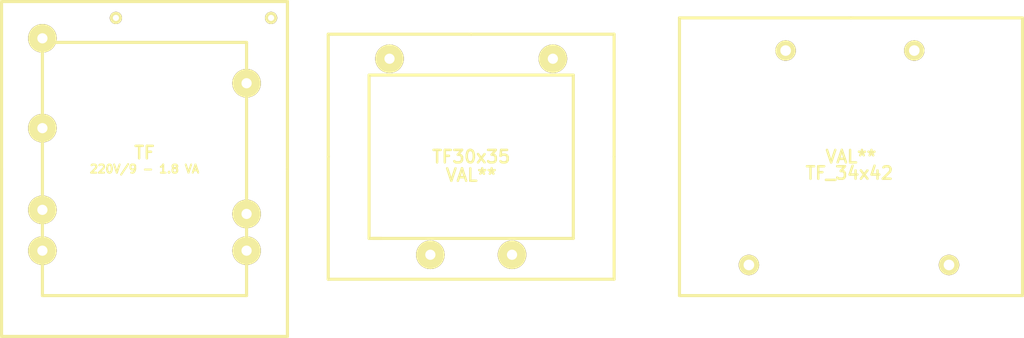
<source format=kicad_pcb>
(kicad_pcb (version 3) (host pcbnew "(2013-mar-13)-testing")

  (general
    (links 0)
    (no_connects 0)
    (area 124.554899 60.055159 250.444501 101.944841)
    (thickness 1.6)
    (drawings 0)
    (tracks 0)
    (zones 0)
    (modules 3)
    (nets 1)
  )

  (page A3)
  (layers
    (15 F.Cu signal)
    (0 B.Cu signal)
    (16 B.Adhes user)
    (17 F.Adhes user)
    (18 B.Paste user)
    (19 F.Paste user)
    (20 B.SilkS user)
    (21 F.SilkS user)
    (22 B.Mask user)
    (23 F.Mask user)
    (24 Dwgs.User user)
    (25 Cmts.User user)
    (26 Eco1.User user)
    (27 Eco2.User user)
    (28 Edge.Cuts user)
  )

  (setup
    (last_trace_width 0.254)
    (trace_clearance 0.254)
    (zone_clearance 0.508)
    (zone_45_only no)
    (trace_min 0.254)
    (segment_width 0.2)
    (edge_width 0.15)
    (via_size 0.889)
    (via_drill 0.635)
    (via_min_size 0.889)
    (via_min_drill 0.508)
    (uvia_size 0.508)
    (uvia_drill 0.127)
    (uvias_allowed no)
    (uvia_min_size 0.508)
    (uvia_min_drill 0.127)
    (pcb_text_width 0.3)
    (pcb_text_size 1.5 1.5)
    (mod_edge_width 0.15)
    (mod_text_size 1.5 1.5)
    (mod_text_width 0.15)
    (pad_size 1.524 1.524)
    (pad_drill 0.762)
    (pad_to_mask_clearance 0.2)
    (aux_axis_origin 0 0)
    (visible_elements FFFFF77F)
    (pcbplotparams
      (layerselection 3178497)
      (usegerberextensions true)
      (excludeedgelayer true)
      (linewidth 100000)
      (plotframeref false)
      (viasonmask false)
      (mode 1)
      (useauxorigin false)
      (hpglpennumber 1)
      (hpglpenspeed 20)
      (hpglpendiameter 15)
      (hpglpenoverlay 2)
      (psnegative false)
      (psa4output false)
      (plotreference true)
      (plotvalue true)
      (plotothertext true)
      (plotinvisibletext false)
      (padsonsilk false)
      (subtractmaskfromsilk false)
      (outputformat 1)
      (mirror false)
      (drillshape 1)
      (scaleselection 1)
      (outputdirectory ""))
  )

  (net 0 "")

  (net_class Default "This is the default net class."
    (clearance 0.254)
    (trace_width 0.254)
    (via_dia 0.889)
    (via_drill 0.635)
    (uvia_dia 0.508)
    (uvia_drill 0.127)
    (add_net "")
  )

  (module TF (layer F.Cu) (tedit 509E8568) (tstamp 517596D6)
    (at 142.5 81)
    (path TF)
    (fp_text reference TF (at 0 -1.99898) (layer F.SilkS)
      (effects (font (thickness 0.3048)))
    )
    (fp_text value "220V/9 - 1.8 VA" (at 0 0) (layer F.SilkS)
      (effects (font (size 1.00076 1.00076) (thickness 0.25146)))
    )
    (fp_line (start -12.49934 15.49908) (end 12.49934 15.49908) (layer F.SilkS) (width 0.381))
    (fp_line (start 12.49934 15.49908) (end 12.49934 -15.49908) (layer F.SilkS) (width 0.381))
    (fp_line (start 12.49934 -15.49908) (end -12.49934 -15.49908) (layer F.SilkS) (width 0.381))
    (fp_line (start -12.49934 -15.49908) (end -12.49934 15.49908) (layer F.SilkS) (width 0.381))
    (fp_line (start 17.5006 0) (end 17.5006 -20.50034) (layer F.SilkS) (width 0.381))
    (fp_line (start 17.5006 -20.50034) (end -17.5006 -20.50034) (layer F.SilkS) (width 0.381))
    (fp_line (start -17.5006 -20.50034) (end -17.5006 0) (layer F.SilkS) (width 0.381))
    (fp_line (start -17.5006 0) (end -17.5006 20.50034) (layer F.SilkS) (width 0.381))
    (fp_line (start -17.5006 20.50034) (end 17.5006 20.50034) (layer F.SilkS) (width 0.381))
    (fp_line (start 17.5006 20.50034) (end 17.5006 0) (layer F.SilkS) (width 0.381))
    (pad 1 thru_hole circle (at -12.49934 9.99998) (size 3.50012 3.50012) (drill 1.24968)
      (layers *.Cu *.Mask F.SilkS)
    )
    (pad 2 thru_hole circle (at -12.49934 5.00126) (size 3.50012 3.50012) (drill 1.24968)
      (layers *.Cu *.Mask F.SilkS)
    )
    (pad 3 thru_hole circle (at -12.49934 -5.00126) (size 3.50012 3.50012) (drill 1.24968)
      (layers *.Cu *.Mask F.SilkS)
    )
    (pad 4 thru_hole circle (at -12.49934 -15.99946) (size 3.50012 3.50012) (drill 1.24968)
      (layers *.Cu *.Mask F.SilkS)
    )
    (pad 7 thru_hole circle (at 12.49934 9.99998) (size 3.50012 3.50012) (drill 1.24968)
      (layers *.Cu *.Mask F.SilkS)
    )
    (pad 8 thru_hole circle (at 12.49934 5.4991) (size 3.50012 3.50012) (drill 1.24968)
      (layers *.Cu *.Mask F.SilkS)
    )
    (pad 9 thru_hole circle (at 12.49934 -10.50036) (size 3.50012 3.50012) (drill 1.24968)
      (layers *.Cu *.Mask F.SilkS)
    )
    (pad 1 thru_hole circle (at 15.49908 -18.49882) (size 1.50114 1.50114) (drill 0.7493)
      (layers *.Cu *.Mask F.SilkS)
    )
    (pad 3 thru_hole circle (at -3.50012 -18.49882) (size 1.50114 1.50114) (drill 0.7493)
      (layers *.Cu *.Mask F.SilkS)
    )
  )

  (module TF30x35 (layer F.Cu) (tedit 5169F42B) (tstamp 5175975E)
    (at 182.5 79.5)
    (fp_text reference TF30x35 (at 0 0) (layer F.SilkS)
      (effects (font (thickness 0.3048)))
    )
    (fp_text value VAL** (at 0 2.25) (layer F.SilkS)
      (effects (font (thickness 0.3048)))
    )
    (fp_line (start -12 10) (end 12.5 10) (layer F.SilkS) (width 0.381))
    (fp_line (start 12.5 10) (end 12.5 -10) (layer F.SilkS) (width 0.381))
    (fp_line (start 12.5 -10) (end -12.5 -10) (layer F.SilkS) (width 0.381))
    (fp_line (start -12.5 -10) (end -12.5 10) (layer F.SilkS) (width 0.381))
    (fp_line (start -12.5 10) (end -11 10) (layer F.SilkS) (width 0.381))
    (fp_line (start 17.5 0) (end 17.5 -15) (layer F.SilkS) (width 0.381))
    (fp_line (start 17.5 -15) (end 0 -15) (layer F.SilkS) (width 0.381))
    (fp_line (start 0 -15) (end -17.5 -15) (layer F.SilkS) (width 0.381))
    (fp_line (start -17.5 -15) (end -17.5 0) (layer F.SilkS) (width 0.381))
    (fp_line (start -17.5 0) (end -17.5 15) (layer F.SilkS) (width 0.381))
    (fp_line (start -17.5 15) (end 17.5 15) (layer F.SilkS) (width 0.381))
    (fp_line (start 17.5 15) (end 17.5 0) (layer F.SilkS) (width 0.381))
    (pad 1 thru_hole circle (at -5 12) (size 3.50012 3.50012) (drill 1.24968)
      (layers *.Cu *.Mask F.SilkS)
    )
    (pad 2 thru_hole circle (at 5 12) (size 3.50012 3.50012) (drill 1.24968)
      (layers *.Cu *.Mask F.SilkS)
    )
    (pad 3 thru_hole circle (at 10 -12) (size 3.50012 3.50012) (drill 1.24968)
      (layers *.Cu *.Mask F.SilkS)
    )
    (pad 4 thru_hole circle (at -10 -12) (size 3.50012 3.50012) (drill 1.24968)
      (layers *.Cu *.Mask F.SilkS)
    )
  )

  (module TF_34x42 (layer F.Cu) (tedit 5175949D) (tstamp 517597D2)
    (at 229 79.5)
    (fp_text reference TF_34x42 (at -0.2 2) (layer F.SilkS)
      (effects (font (thickness 0.3048)))
    )
    (fp_text value VAL** (at 0 0) (layer F.SilkS)
      (effects (font (thickness 0.3048)))
    )
    (fp_line (start 0 -17) (end 21 -17) (layer F.SilkS) (width 0.381))
    (fp_line (start 21 -17) (end 21 17) (layer F.SilkS) (width 0.381))
    (fp_line (start 21 17) (end -21 17) (layer F.SilkS) (width 0.381))
    (fp_line (start -21 17) (end -21 -17) (layer F.SilkS) (width 0.381))
    (fp_line (start -21 -17) (end 0 -17) (layer F.SilkS) (width 0.381))
    (pad 3 thru_hole circle (at -12.5 13.25) (size 2.5 2.5) (drill 1.3)
      (layers *.Cu *.Mask F.SilkS)
    )
    (pad 4 thru_hole circle (at 12 13.25) (size 2.5 2.5) (drill 1.3)
      (layers *.Cu *.Mask F.SilkS)
    )
    (pad 5 thru_hole circle (at -8 -13) (size 2.5 2.5) (drill 1.3)
      (layers *.Cu *.Mask F.SilkS)
    )
    (pad 6 thru_hole circle (at 7.75 -13) (size 2.5 2.5) (drill 1.3)
      (layers *.Cu *.Mask F.SilkS)
    )
  )

)

</source>
